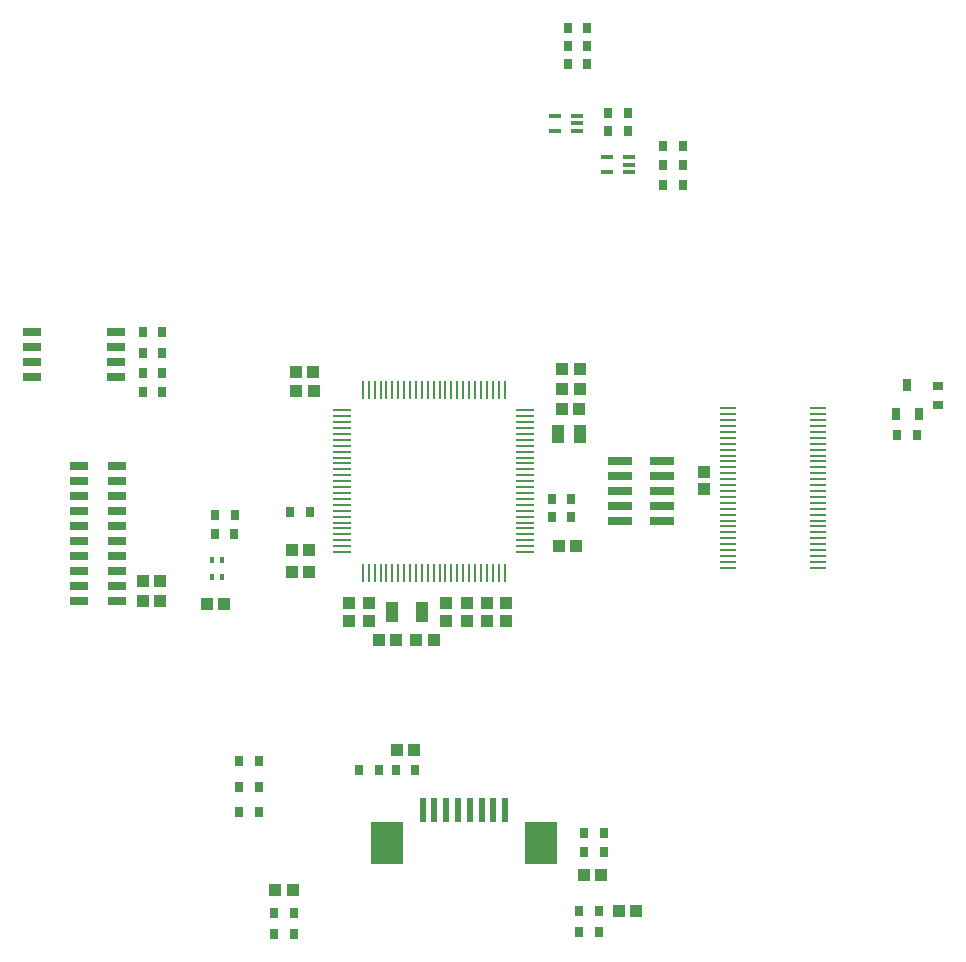
<source format=gtp>
G04*
G04 #@! TF.GenerationSoftware,Altium Limited,Altium Designer,21.4.1 (30)*
G04*
G04 Layer_Color=8421504*
%FSLAX25Y25*%
%MOIN*%
G70*
G04*
G04 #@! TF.SameCoordinates,38BCD2B2-9596-478E-9E65-4FDEB67B726C*
G04*
G04*
G04 #@! TF.FilePolarity,Positive*
G04*
G01*
G75*
%ADD19R,0.05906X0.02992*%
%ADD20R,0.02402X0.07874*%
%ADD21R,0.10551X0.14173*%
%ADD22R,0.08071X0.02992*%
%ADD23R,0.05510X0.01160*%
%ADD24R,0.02756X0.03543*%
%ADD25R,0.03937X0.03937*%
%ADD26R,0.03937X0.03937*%
%ADD27R,0.03937X0.07087*%
%ADD28R,0.06299X0.02913*%
%ADD29R,0.01102X0.05906*%
%ADD30R,0.05906X0.01102*%
%ADD31R,0.01181X0.01968*%
%ADD32R,0.03937X0.05906*%
%ADD33R,0.03150X0.03937*%
%ADD34R,0.03937X0.01378*%
%ADD35R,0.03543X0.02756*%
D19*
X-113878Y36874D02*
D03*
Y41874D02*
D03*
Y46874D02*
D03*
Y51874D02*
D03*
X-142027D02*
D03*
Y46874D02*
D03*
Y41874D02*
D03*
Y36874D02*
D03*
D20*
X-11780Y-107202D02*
D03*
X-7843D02*
D03*
X-3906D02*
D03*
X32D02*
D03*
X3969D02*
D03*
X7906D02*
D03*
X11843D02*
D03*
X15780D02*
D03*
D21*
X-23551Y-118225D02*
D03*
X27551D02*
D03*
D22*
X54012Y4000D02*
D03*
Y-11000D02*
D03*
X67988D02*
D03*
X54012Y-6000D02*
D03*
X67988D02*
D03*
X54012Y-1000D02*
D03*
X67988D02*
D03*
Y4000D02*
D03*
X54012Y9000D02*
D03*
X67988D02*
D03*
D23*
X90039Y26575D02*
D03*
Y24606D02*
D03*
Y22638D02*
D03*
Y20669D02*
D03*
Y18701D02*
D03*
Y16732D02*
D03*
Y14764D02*
D03*
Y12795D02*
D03*
Y10827D02*
D03*
Y8858D02*
D03*
Y6890D02*
D03*
Y4921D02*
D03*
Y2953D02*
D03*
Y984D02*
D03*
Y-984D02*
D03*
Y-2953D02*
D03*
Y-4921D02*
D03*
Y-6890D02*
D03*
Y-8858D02*
D03*
Y-10827D02*
D03*
Y-12795D02*
D03*
Y-14764D02*
D03*
Y-16732D02*
D03*
Y-18701D02*
D03*
Y-20669D02*
D03*
Y-22638D02*
D03*
Y-24606D02*
D03*
Y-26575D02*
D03*
X119961Y26575D02*
D03*
Y24606D02*
D03*
Y22638D02*
D03*
Y20669D02*
D03*
Y18701D02*
D03*
Y16732D02*
D03*
Y14764D02*
D03*
Y12795D02*
D03*
Y10827D02*
D03*
Y8858D02*
D03*
Y6890D02*
D03*
Y4921D02*
D03*
Y2953D02*
D03*
Y984D02*
D03*
Y-984D02*
D03*
Y-2953D02*
D03*
Y-4921D02*
D03*
Y-6890D02*
D03*
Y-8858D02*
D03*
Y-10827D02*
D03*
Y-12795D02*
D03*
Y-14764D02*
D03*
Y-16732D02*
D03*
Y-18701D02*
D03*
Y-20669D02*
D03*
Y-22638D02*
D03*
Y-24606D02*
D03*
Y-26575D02*
D03*
D24*
X43134Y141500D02*
D03*
X36622D02*
D03*
X43043Y147300D02*
D03*
X36532D02*
D03*
X36531Y153200D02*
D03*
X43043D02*
D03*
X42106Y-115000D02*
D03*
X48618D02*
D03*
Y-121406D02*
D03*
X42106D02*
D03*
X-61256Y-148571D02*
D03*
X-54744D02*
D03*
Y-141571D02*
D03*
X-61256D02*
D03*
X-32956Y-93900D02*
D03*
X-26444D02*
D03*
X-20712D02*
D03*
X-14200D02*
D03*
X46895Y-141000D02*
D03*
X40384D02*
D03*
Y-148000D02*
D03*
X46895D02*
D03*
X37700Y-9600D02*
D03*
X31188D02*
D03*
X37700Y-3600D02*
D03*
X31188D02*
D03*
X-74544Y-15300D02*
D03*
X-81056D02*
D03*
X-55856Y-7900D02*
D03*
X-49344D02*
D03*
X-80912Y-9100D02*
D03*
X-74400D02*
D03*
X-66407Y-107961D02*
D03*
X-72919D02*
D03*
X-66400Y-99528D02*
D03*
X-72912D02*
D03*
X-66400Y-91000D02*
D03*
X-72912D02*
D03*
X-105141Y51874D02*
D03*
X-98629D02*
D03*
X-105141Y44864D02*
D03*
X-98629D02*
D03*
Y38370D02*
D03*
X-105141D02*
D03*
Y31953D02*
D03*
X-98629D02*
D03*
X146433Y17841D02*
D03*
X152945D02*
D03*
X50004Y124870D02*
D03*
X56516D02*
D03*
X50104Y118870D02*
D03*
X56616D02*
D03*
X68352Y114020D02*
D03*
X74864D02*
D03*
X68352Y101020D02*
D03*
X74864D02*
D03*
X68352Y107582D02*
D03*
X74864D02*
D03*
D25*
X9600Y-38425D02*
D03*
Y-44150D02*
D03*
X16000Y-38425D02*
D03*
Y-44150D02*
D03*
X3000Y-38425D02*
D03*
Y-44150D02*
D03*
X-36200D02*
D03*
Y-38425D02*
D03*
X-29800Y-44150D02*
D03*
Y-38425D02*
D03*
X-4000Y-44150D02*
D03*
Y-38425D02*
D03*
X82000Y5362D02*
D03*
Y-362D02*
D03*
D26*
X-20638Y-50787D02*
D03*
X-26362D02*
D03*
X-13862Y-50687D02*
D03*
X-8138D02*
D03*
X-55262Y-20771D02*
D03*
X-49538D02*
D03*
X47831Y-129019D02*
D03*
X42106D02*
D03*
X-60862Y-134000D02*
D03*
X-55138D02*
D03*
X-14700Y-87200D02*
D03*
X-20424D02*
D03*
X53720Y-141000D02*
D03*
X59445D02*
D03*
X-104962Y-37700D02*
D03*
X-99238D02*
D03*
X-77938Y-38500D02*
D03*
X-83662D02*
D03*
X-55262Y-28000D02*
D03*
X33582Y-19300D02*
D03*
X39306D02*
D03*
X34819Y39700D02*
D03*
X40543D02*
D03*
X34631Y26514D02*
D03*
X40355D02*
D03*
X-48238Y38800D02*
D03*
X-53962D02*
D03*
X-48138Y32200D02*
D03*
X-53862D02*
D03*
X-49538Y-28000D02*
D03*
X34819Y32900D02*
D03*
X40543D02*
D03*
X-99202Y-31043D02*
D03*
X-104926D02*
D03*
D27*
X-12079Y-41300D02*
D03*
X-21921D02*
D03*
D28*
X-126299Y-37500D02*
D03*
X-113701D02*
D03*
X-126299Y-32500D02*
D03*
X-113701D02*
D03*
X-126299Y-27500D02*
D03*
X-113701D02*
D03*
X-126299Y-22500D02*
D03*
X-113701D02*
D03*
X-126299Y-17500D02*
D03*
X-113701D02*
D03*
X-126299Y-12500D02*
D03*
X-113701D02*
D03*
X-126299Y-7500D02*
D03*
X-113701D02*
D03*
X-126299Y-2500D02*
D03*
X-113701D02*
D03*
X-126299Y2500D02*
D03*
X-113701D02*
D03*
X-126299Y7500D02*
D03*
X-113701D02*
D03*
D29*
X-31722Y-28165D02*
D03*
X-29754D02*
D03*
X-27785D02*
D03*
X-25817D02*
D03*
X-23848D02*
D03*
X-21880D02*
D03*
X-19911D02*
D03*
X-17943D02*
D03*
X-15974D02*
D03*
X-14006D02*
D03*
X-12037D02*
D03*
X-10068D02*
D03*
X-8100D02*
D03*
X-6131D02*
D03*
X-4163D02*
D03*
X-2194D02*
D03*
X-226D02*
D03*
X1743D02*
D03*
X3711D02*
D03*
X5680D02*
D03*
X7648D02*
D03*
X9617D02*
D03*
X11585D02*
D03*
X13554D02*
D03*
X15522Y32765D02*
D03*
X13554D02*
D03*
X11585D02*
D03*
X9617D02*
D03*
X7648D02*
D03*
X5680D02*
D03*
X3711D02*
D03*
X1743D02*
D03*
X-226D02*
D03*
X-2194D02*
D03*
X-4163D02*
D03*
X-6131D02*
D03*
X-8100D02*
D03*
X-10068D02*
D03*
X-12037D02*
D03*
X-14006D02*
D03*
X-15974D02*
D03*
X-17943D02*
D03*
X-19911D02*
D03*
X-21880D02*
D03*
X-23848D02*
D03*
X-25817D02*
D03*
X-27785D02*
D03*
X-29754D02*
D03*
X-31722D02*
D03*
X15522Y-28165D02*
D03*
D30*
X22365Y-21322D02*
D03*
Y-19354D02*
D03*
Y-17385D02*
D03*
Y-15417D02*
D03*
Y-13448D02*
D03*
Y-11480D02*
D03*
Y-9511D02*
D03*
Y-7543D02*
D03*
Y-5574D02*
D03*
Y-3606D02*
D03*
Y-1637D02*
D03*
Y332D02*
D03*
Y2300D02*
D03*
Y4269D02*
D03*
Y6237D02*
D03*
Y8206D02*
D03*
Y10174D02*
D03*
Y12143D02*
D03*
Y14111D02*
D03*
Y16080D02*
D03*
Y18048D02*
D03*
Y20017D02*
D03*
Y21985D02*
D03*
Y23954D02*
D03*
Y25922D02*
D03*
X-38565D02*
D03*
Y23954D02*
D03*
Y21985D02*
D03*
Y20017D02*
D03*
Y18048D02*
D03*
Y16080D02*
D03*
Y14111D02*
D03*
Y12143D02*
D03*
Y10174D02*
D03*
Y8206D02*
D03*
Y6237D02*
D03*
Y4269D02*
D03*
Y2300D02*
D03*
Y332D02*
D03*
Y-1637D02*
D03*
Y-3606D02*
D03*
Y-5574D02*
D03*
Y-7543D02*
D03*
Y-9511D02*
D03*
Y-11480D02*
D03*
Y-13448D02*
D03*
Y-15417D02*
D03*
Y-17385D02*
D03*
Y-19354D02*
D03*
Y-21322D02*
D03*
D31*
X-78725Y-29556D02*
D03*
X-81875D02*
D03*
Y-24044D02*
D03*
X-78725D02*
D03*
D32*
X40543Y17900D02*
D03*
X33457D02*
D03*
D33*
X149689Y34416D02*
D03*
X145850Y24573D02*
D03*
X153528D02*
D03*
D34*
X39840Y119041D02*
D03*
Y121600D02*
D03*
Y124159D02*
D03*
X32360D02*
D03*
Y119041D02*
D03*
X57000Y105220D02*
D03*
Y107779D02*
D03*
Y110338D02*
D03*
X49520D02*
D03*
Y105220D02*
D03*
D35*
X160000Y34097D02*
D03*
Y27585D02*
D03*
M02*

</source>
